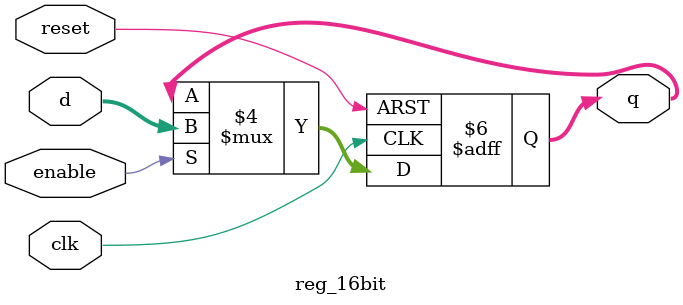
<source format=v>
module reg_16bit(clk, enable, d, reset, q);

input clk;
input enable;
input reset;
input [15:0] d;
output reg [15:0] q;

always @ (posedge clk or posedge reset)
begin
   if (reset == 1) begin
       q <= 0;
   end else if (enable == 1) begin
       q <= d;
   end
end
endmodule
</source>
